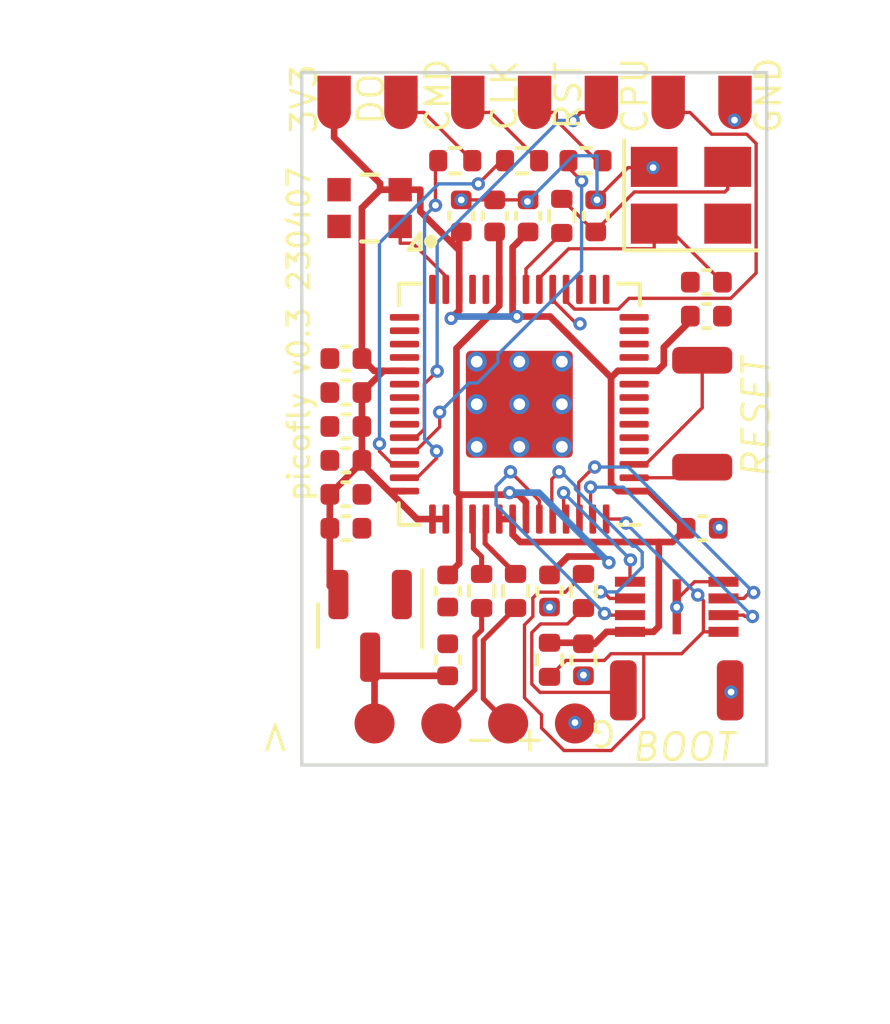
<source format=kicad_pcb>
(kicad_pcb (version 20221018) (generator pcbnew)
  (title_block (title "Env Open Pico") (date "2021-09-14") (rev "REV1") (company "Envious.Design"))
  (layers (0 "F.Cu" signal) (31 "B.Cu" signal) (34 "B.Paste" user) (35 "F.Paste" user) (36 "B.SilkS" user "B.Silkscreen") (37 "F.SilkS" user "F.Silkscreen") (38 "B.Mask" user) (39 "F.Mask" user) (44 "Edge.Cuts" user))
  (net 0 "")
  (net 1 "VBUS")
  (net 2 "+1V1")
  (net 3 "/~{USB_BOOT}")
  (net 5 "/USB_D+")
  (net 6 "/USB_D-")
  (net 7 "/CPU")
  (net 8 "/RST")
  (net 9 "/CLK")
  (net 10 "/CMD")
  (net 11 "/D0")
  (net 17 "/GPIO1")
  (net 18 "/GPIO0")
  (net 26 "/GPIO16")
  (net 27 "/SWD")
  (net 28 "/SWCLK")
  (net 29 "/QSPI_SS")
  (net 30 "/QSPI_SD3")
  (net 31 "/QSPI_SCLK")
  (net 32 "/QSPI_SD0")
  (net 33 "/QSPI_SD2")
  (net 34 "/QSPI_SD1")
  (net 41 "+3V3")
  (net 42 "XIN")
  (net 43 "XOUT")
  (net 44 "Net-(C19-Pad2)")
  (net 49 "/D+")
  (net 50 "GND")
  (net 51 "/GPIO27_ADC1")
  (net 52 "/GPIO28_ADC2")
  (net 53 "/GPIO29_ADC3")
  (net 54 "/D-")
  (footprint "Crystal:Crystal_SMD_3225-4Pin_3.2x2.5mm" (layer "F.Cu") (at 112.438 81.3444)
    (fp_text reference "Y1" hide)
    (fp_text value "3225_4P")
  )
  (footprint "Capacitor_SMD:C_0402_1005Metric" (layer "F.Cu") (at 109.22 95.25 -90)
    (fp_text reference "C5" hide)
    (fp_text value "100nf ")
  )
  (footprint "Capacitor_SMD:C_0402_1005Metric" (layer "F.Cu") (at 112.9 84.963)
    (fp_text reference "C14" hide)
    (fp_text value "100nf ")
  )
  (footprint "Resistor_SMD:R_0402_1005Metric" (layer "F.Cu") (at 108.5728 81.9632 90)
    (fp_text reference "R11" hide)
    (fp_text value "1K ")
  )
  (footprint "Capacitor_SMD:C_0402_1005Metric" (layer "F.Cu") (at 105.156 95.25 90)
    (fp_text reference "C1" hide)
    (fp_text value "1uf ")
  )
  (footprint "Capacitor_SMD:C_0402_1005Metric" (layer "F.Cu") (at 102.108 91.313)
    (fp_text reference "C4" hide)
    (fp_text value "1uf ")
  )
  (footprint "Resistor_SMD:R_0402_1005Metric" (layer "F.Cu") (at 107.382 80.3096 180)
    (fp_text reference "R6" hide)
    (fp_text value "47R")
  )
  (footprint "Capacitor_SMD:C_0402_1005Metric" (layer "F.Cu") (at 105.156 93.19 -90)
    (fp_text reference "C3" hide)
    (fp_text value "1uf ")
  )
  (footprint "Resistor_SMD:R_0402_1005Metric" (layer "F.Cu") (at 109.22 93.19 -90)
    (fp_text reference "R1" hide)
    (fp_text value "1K ")
  )
  (footprint "Capacitor_SMD:C_0402_1005Metric" (layer "F.Cu") (at 106.5624 81.9632 90)
    (fp_text reference "C7" hide)
    (fp_text value "100nf ")
  )
  (footprint "Capacitor_SMD:C_0402_1005Metric" (layer "F.Cu") (at 102.108 89.281 180)
    (fp_text reference "C10" hide)
    (fp_text value "1uf ")
  )
  (footprint "Capacitor_SMD:C_0402_1005Metric" (layer "F.Cu") (at 112.776 91.313)
    (fp_text reference "C16" hide)
    (fp_text value "100nf ")
  )
  (footprint "Capacitor_SMD:C_0402_1005Metric" (layer "F.Cu") (at 109.5888 81.9632 -90)
    (fp_text reference "C19" hide)
    (fp_text value "5pf ")
  )
  (footprint "Capacitor_SMD:C_0402_1005Metric" (layer "F.Cu") (at 107.5624 81.9632 90)
    (fp_text reference "C13" hide)
    (fp_text value "100nf ")
  )
  (footprint "custome_component:SW-K2-1828UQ" (layer "F.Cu") (at 113.614 96.1644 -90)
    (fp_text reference "SW1" hide)
    (fp_text value "BOOT")
  )
  (footprint "Resistor_SMD:R_0402_1005Metric" (layer "F.Cu") (at 105.382 80.3096 180)
    (fp_text reference "R7" hide)
    (fp_text value "47R")
  )
  (footprint "LED_SMD:LED_WS2812-2020" (layer "F.Cu") (at 102.8186 81.7284)
    (fp_text reference "D1" hide)
    (fp_text value "WS2812B")
  )
  (footprint "Resistor_SMD:R_0402_1005Metric" (layer "F.Cu") (at 106.172 93.19 90)
    (fp_text reference "R4" hide)
    (fp_text value "27r ")
  )
  (footprint "Capacitor_SMD:C_0402_1005Metric" (layer "F.Cu") (at 105.5624 81.9632 90)
    (fp_text reference "C15" hide)
    (fp_text value "100nf ")
  )
  (footprint "Resistor_SMD:R_0402_1005Metric" (layer "F.Cu") (at 108.204 95.25 -90)
    (fp_text reference "R2" hide)
    (fp_text value "10K ")
  )
  (footprint "Library:PICO_TESTPoint" (layer "F.Cu") (at 101.7572 78.3154 90)
    (fp_text reference "J2" hide)
    (fp_text value "switch_pin" hide)
  )
  (footprint "Capacitor_SMD:C_0402_1005Metric" (layer "F.Cu") (at 112.9 83.947)
    (fp_text reference "C2" hide)
    (fp_text value "5pf ")
  )
  (footprint "Package_SON:USON-8_2x3mm_P0.5mm" (layer "F.Cu") (at 112.014 93.6632 180)
    (fp_text reference "FLASH1" hide)
    (fp_text value "W25Q16JVUXIQ")
  )
  (footprint "Capacitor_SMD:C_0402_1005Metric" (layer "F.Cu") (at 108.204 93.19 -90)
    (fp_text reference "C6" hide)
    (fp_text value "100nf ")
  )
  (footprint "Package_TO_SOT_SMD:SOT-23" (layer "F.Cu") (at 102.834 94.234 -90)
    (fp_text reference "U1" hide)
    (fp_text value "XC6206")
  )
  (footprint "custome_component:SW-K2-1828UQ" (layer "F.Cu") (at 112.776 86.284)
    (fp_text reference "SW2" hide)
    (fp_text value "RESET")
  )
  (footprint "Capacitor_SMD:C_0402_1005Metric" (layer "F.Cu") (at 102.108 86.233 180)
    (fp_text reference "C18" hide)
    (fp_text value "100nf ")
  )
  (footprint "RP2040:RP2040-QFN-56" (layer "F.Cu") (at 107.3 87.6 180)
    (fp_text reference "U3" hide)
    (fp_text value "RP2040")
  )
  (footprint "Resistor_SMD:R_0402_1005Metric" (layer "F.Cu") (at 109.282 80.3096 180)
    (fp_text reference "R5" hide)
    (fp_text value "47R")
  )
  (footprint "Capacitor_SMD:C_0402_1005Metric" (layer "F.Cu") (at 102.108 88.265 180)
    (fp_text reference "C11" hide)
    (fp_text value "100nf ")
  )
  (footprint "Library:pico_usb_point" (layer "F.Cu") (at 102.966 97.155)
    (fp_text reference "J1" hide)
    (fp_text value "USB")
  )
  (footprint "Capacitor_SMD:C_0402_1005Metric" (layer "F.Cu") (at 102.108 90.297)
    (fp_text reference "C9" hide)
    (fp_text value "100nf ")
  )
  (footprint "Resistor_SMD:R_0402_1005Metric" (layer "F.Cu") (at 107.188 93.19 90)
    (fp_text reference "R3" hide)
    (fp_text value "27r ")
  )
  (footprint "Capacitor_SMD:C_0402_1005Metric" (layer "F.Cu") (at 102.108 87.249 180)
    (fp_text reference "C8" hide)
    (fp_text value "100nf ")
  )
  (gr_line (start 100.7872 98.3996) (end 100.7872 77.6732) (stroke (width 0.1)) (layer "Edge.Cuts"))
  (gr_line (start 100.7872 98.3996) (end 114.7064 98.3996) (stroke (width 0.1)) (layer "Edge.Cuts"))
  (gr_line (start 114.7064 77.6732) (end 114.7064 98.3996) (stroke (width 0.1)) (layer "Edge.Cuts"))
  (gr_line (start 100.7872 77.6732) (end 114.7064 77.6732) (stroke (width 0.1)) (layer "Edge.Cuts"))
  (gr_text "-" (at 106.1156 97.719 180) (layer "F.SilkS") (effects (font (size 0.75 0.75) (thickness 0.1))))
  (gr_text "G" (at 109.8092 97.436 180) (layer "F.SilkS") (effects (font (size 0.75 0.75) (thickness 0.1))))
  (gr_text "CLK" (at 106.8572 78.359 90) (layer "F.SilkS") (effects (font (size 0.75 0.75) (thickness 0.1))))
  (gr_text "DO" (at 102.8572 78.4654 90) (layer "F.SilkS") (effects (font (size 0.75 0.75) (thickness 0.1))))
  (gr_text "V" (at 99.9936 97.536 180) (layer "F.SilkS") (effects (font (size 0.75 0.75) (thickness 0.1))))
  (gr_text "RST" (at 108.7572 78.359 90) (layer "F.SilkS") (effects (font (size 0.75 0.75) (thickness 0.1))))
  (gr_text "CPU" (at 110.7572 78.359 90) (layer "F.SilkS") (effects (font (size 0.75 0.75) (thickness 0.1))))
  (gr_text "3V3" (at 100.8572 78.459 90) (layer "F.SilkS") (effects (font (size 0.75 0.75) (thickness 0.1))))
  (gr_text "CMD" (at 104.8572 78.359 90) (layer "F.SilkS") (effects (font (size 0.7 0.7) (thickness 0.1))))
  (gr_text "picofly v0.3 230407" (at 100.7 85.5 90) (layer "F.SilkS") (effects (font (size 0.65 0.65) (thickness 0.1))))
  (gr_text "+" (at 107.6156 97.719 180) (layer "F.SilkS") (effects (font (size 0.75 0.75) (thickness 0.1))))
  (gr_text "GND" (at 114.7572 78.359 90) (layer "F.SilkS") (effects (font (size 0.75 0.75) (thickness 0.1))))
  (segment (start 102.966 95.73) (end 105.156 95.73) (width 0.2) (layer "F.Cu") (net 1))
  (segment (start 102.966 97.155) (end 102.966 95.73) (width 0.2) (layer "F.Cu") (net 1))
  (segment (start 102.834 95.598) (end 102.966 95.73) (width 0.2) (layer "F.Cu") (net 1))
  (segment (start 102.834 95.1715) (end 102.834 95.598) (width 0.2) (layer "F.Cu") (net 1))
  (segment (start 105.419 90.2255) (end 105.5 90.3067) (width 0.2) (layer "F.Cu") (net 2))
  (segment (start 107.008 90.3067) (end 107.272 90.3067) (width 0.2) (layer "F.Cu") (net 2))
  (segment (start 106.7 84.1625) (end 106.7 84.6494) (width 0.2) (layer "F.Cu") (net 2))
  (segment (start 105.5 92.366) (end 105.156 92.71) (width 0.2) (layer "F.Cu") (net 2))
  (segment (start 106.7 84.6494) (end 105.419 85.9306) (width 0.2) (layer "F.Cu") (net 2))
  (segment (start 105.419 85.9306) (end 105.419 90.2255) (width 0.2) (layer "F.Cu") (net 2))
  (segment (start 106.7 82.5808) (end 106.631 82.512) (width 0.2) (layer "F.Cu") (net 2))
  (segment (start 107.008 90.2461) (end 107.008 90.3067) (width 0.2) (layer "F.Cu") (net 2))
  (segment (start 106.5965 82.4776) (end 106.5624 82.4435) (width 0.2) (layer "F.Cu") (net 2))
  (segment (start 108.756 92.1576) (end 109.801 92.1576) (width 0.2) (layer "F.Cu") (net 2))
  (segment (start 106.7 84.1625) (end 106.7 82.5808) (width 0.2) (layer "F.Cu") (net 2))
  (segment (start 109.801 92.1576) (end 109.983 92.3395) (width 0.2) (layer "F.Cu") (net 2))
  (segment (start 105.5 90.3067) (end 107.008 90.3067) (width 0.2) (layer "F.Cu") (net 2))
  (segment (start 107.5 90.5348) (end 107.5 91.0375) (width 0.2) (layer "F.Cu") (net 2))
  (segment (start 106.5965 82.4776) (end 106.631 82.512) (width 0.2) (layer "F.Cu") (net 2))
  (segment (start 106.5624 82.4435) (end 106.5624 82.4432) (width 0.2) (layer "F.Cu") (net 2))
  (segment (start 106.631 82.512) (end 106.562 82.4434) (width 0.2) (layer "F.Cu") (net 2))
  (segment (start 107.272 90.3067) (end 107.5 90.5348) (width 0.2) (layer "F.Cu") (net 2))
  (segment (start 105.5 90.3067) (end 105.5 91.0375) (width 0.2) (layer "F.Cu") (net 2))
  (segment (start 105.5 91.0375) (end 105.5 92.366) (width 0.2) (layer "F.Cu") (net 2))
  (segment (start 106.562 82.4432) (end 106.5965 82.4776) (width 0.2) (layer "F.Cu") (net 2))
  (segment (start 106.562 82.4434) (end 106.562 82.4432) (width 0.2) (layer "F.Cu") (net 2))
  (segment (start 108.204 92.71) (end 108.756 92.1576) (width 0.2) (layer "F.Cu") (net 2))
  (via (at 109.983 92.3395) (size 0.4) (drill 0.2) (layers "F.Cu" "B.Cu") (net 2))
  (via (at 107.008 90.2461) (size 0.4) (drill 0.2) (layers "F.Cu" "B.Cu") (net 2))
  (segment (start 109.983 92.3395) (end 107.889 90.2461) (width 0.2) (layer "B.Cu") (net 2))
  (segment (start 107.889 90.2461) (end 107.008 90.2461) (width 0.2) (layer "B.Cu") (net 2))
  (segment (start 107.921 96.2239) (end 107.674 95.9765) (width 0.1) (layer "F.Cu") (net 3))
  (segment (start 110.414 96.1644) (end 110.354 96.2239) (width 0.1) (layer "F.Cu") (net 3))
  (segment (start 107.674 95.9765) (end 107.674 94.4366) (width 0.1) (layer "F.Cu") (net 3))
  (segment (start 107.674 94.4366) (end 107.934 94.1769) (width 0.1) (layer "F.Cu") (net 3))
  (segment (start 107.934 94.1769) (end 108.743 94.1769) (width 0.1) (layer "F.Cu") (net 3))
  (segment (start 108.743 94.1769) (end 109.22 93.7) (width 0.1) (layer "F.Cu") (net 3))
  (segment (start 110.354 96.2239) (end 107.921 96.2239) (width 0.1) (layer "F.Cu") (net 3))
  (segment (start 106.223 96.4118) (end 106.966 97.155) (width 0.1524) (layer "F.Cu") (net 5))
  (segment (start 107.188 93.7) (end 106.223 94.6652) (width 0.1524) (layer "F.Cu") (net 5))
  (segment (start 106.223 94.6652) (end 106.223 96.4118) (width 0.1524) (layer "F.Cu") (net 5))
  (segment (start 105.97 96.1506) (end 104.966 97.155) (width 0.1524) (layer "F.Cu") (net 6))
  (segment (start 106.172 93.7) (end 106.172 94.3591) (width 0.1524) (layer "F.Cu") (net 6))
  (segment (start 106.172 94.3591) (end 105.97 94.5607) (width 0.1524) (layer "F.Cu") (net 6))
  (segment (start 105.97 94.5607) (end 105.97 96.1506) (width 0.1524) (layer "F.Cu") (net 6))
  (segment (start 110.261 84.753) (end 108.95 84.753) (width 0.1) (layer "F.Cu") (net 7))
  (segment (start 111.757 78.5904) (end 111.757 78.8654) (width 0.1) (layer "F.Cu") (net 7))
  (segment (start 108.7 84.5025) (end 108.7 84.1625) (width 0.1) (layer "F.Cu") (net 7))
  (segment (start 113.63 84.43) (end 110.584 84.43) (width 0.1) (layer "F.Cu") (net 7))
  (segment (start 111.757 78.3154) (end 111.757 78.5904) (width 0.1) (layer "F.Cu") (net 7))
  (segment (start 114.39 79.7974) (end 114.39 83.67) (width 0.1) (layer "F.Cu") (net 7))
  (segment (start 112.409 78.8654) (end 113.061 79.5173) (width 0.1) (layer "F.Cu") (net 7))
  (segment (start 111.7572 78.8654) (end 112.409 78.8654) (width 0.1) (layer "F.Cu") (net 7))
  (segment (start 108.95 84.753) (end 108.7 84.5025) (width 0.1) (layer "F.Cu") (net 7))
  (segment (start 111.7572 78.5902) (end 111.7572 78.3154) (width 0.1) (layer "F.Cu") (net 7))
  (segment (start 114.11 79.5173) (end 114.39 79.7974) (width 0.1) (layer "F.Cu") (net 7))
  (segment (start 110.584 84.43) (end 110.261 84.753) (width 0.1) (layer "F.Cu") (net 7))
  (segment (start 111.757 78.5904) (end 111.7572 78.5902) (width 0.1) (layer "F.Cu") (net 7))
  (segment (start 114.39 83.67) (end 113.63 84.43) (width 0.1) (layer "F.Cu") (net 7))
  (segment (start 111.757 78.8654) (end 111.7572 78.8654) (width 0.1) (layer "F.Cu") (net 7))
  (segment (start 113.061 79.5173) (end 114.11 79.5173) (width 0.1) (layer "F.Cu") (net 7))
  (segment (start 109.757 78.7279) (end 109.757 78.8654) (width 0.1) (layer "F.Cu") (net 8))
  (segment (start 109.757 78.8654) (end 109.105 78.8654) (width 0.1) (layer "F.Cu") (net 8))
  (segment (start 109.757 78.7279) (end 109.7572 78.7281) (width 0.1) (layer "F.Cu") (net 8))
  (segment (start 109.105 78.913) (end 108.912 79.1064) (width 0.1) (layer "F.Cu") (net 8))
  (segment (start 104.201098 88.6) (end 104.325349 88.475749) (width 0.1) (layer "F.Cu") (net 8))
  (segment (start 104.456 88.3452) (end 104.325349 88.475749) (width 0.1) (layer "F.Cu") (net 8))
  (segment (start 103.8625 88.6) (end 104.201098 88.6) (width 0.1) (layer "F.Cu") (net 8))
  (segment (start 109.757 78.5216) (end 109.7572 78.5214) (width 0.1) (layer "F.Cu") (net 8))
  (segment (start 104.456 86.9958) (end 104.456 88.3452) (width 0.1) (layer "F.Cu") (net 8))
  (segment (start 103.8625 88.6) (end 103.862 88.6) (width 0.1) (layer "F.Cu") (net 8))
  (segment (start 104.841 86.6104) (end 104.456 86.9958) (width 0.1) (layer "F.Cu") (net 8))
  (segment (start 109.757 78.3154) (end 109.757 78.5216) (width 0.1) (layer "F.Cu") (net 8))
  (segment (start 109.757 78.5216) (end 109.757 78.7279) (width 0.1) (layer "F.Cu") (net 8))
  (segment (start 109.105 78.8654) (end 109.105 78.913) (width 0.1) (layer "F.Cu") (net 8))
  (segment (start 109.7572 78.7281) (end 109.7572 78.8654) (width 0.1) (layer "F.Cu") (net 8))
  (segment (start 109.7572 78.5214) (end 109.7572 78.3154) (width 0.1) (layer "F.Cu") (net 8))
  (via (at 108.912 79.1064) (size 0.4) (drill 0.2) (layers "F.Cu" "B.Cu") (net 8))
  (via (at 104.841 86.6104) (size 0.4) (drill 0.2) (layers "F.Cu" "B.Cu") (net 8))
  (segment (start 104.841 82.7634) (end 108.498 79.1064) (width 0.1) (layer "B.Cu") (net 8))
  (segment (start 104.841 86.6104) (end 104.841 82.7634) (width 0.1) (layer "B.Cu") (net 8))
  (segment (start 108.498 79.1064) (end 108.912 79.1064) (width 0.1) (layer "B.Cu") (net 8))
  (segment (start 108.409 78.8654) (end 108.409 79.1012) (width 0.1) (layer "F.Cu") (net 9))
  (segment (start 107.7572 78.5902) (end 107.7572 78.3154) (width 0.1) (layer "F.Cu") (net 9))
  (segment (start 108.409 79.1012) (end 109.618 80.3096) (width 0.1) (layer "F.Cu") (net 9))
  (segment (start 107.757 78.8654) (end 107.7572 78.8654) (width 0.1) (layer "F.Cu") (net 9))
  (segment (start 109.618 80.3096) (end 109.792 80.3096) (width 0.1) (layer "F.Cu") (net 9))
  (segment (start 107.757 78.5904) (end 107.7572 78.5902) (width 0.1) (layer "F.Cu") (net 9))
  (segment (start 107.7572 78.8654) (end 108.409 78.8654) (width 0.1) (layer "F.Cu") (net 9))
  (segment (start 107.757 78.5904) (end 107.757 78.8654) (width 0.1) (layer "F.Cu") (net 9))
  (segment (start 107.757 78.3154) (end 107.757 78.5904) (width 0.1) (layer "F.Cu") (net 9))
  (segment (start 105.757 78.5904) (end 105.7572 78.5902) (width 0.1) (layer "F.Cu") (net 10))
  (segment (start 105.757 78.5904) (end 105.757 78.8654) (width 0.1) (layer "F.Cu") (net 10))
  (segment (start 105.757 78.8654) (end 105.7572 78.8654) (width 0.1) (layer "F.Cu") (net 10))
  (segment (start 106.448 78.8654) (end 107.892 80.3096) (width 0.1) (layer "F.Cu") (net 10))
  (segment (start 105.757 78.3154) (end 105.757 78.5904) (width 0.1) (layer "F.Cu") (net 10))
  (segment (start 105.7572 78.5902) (end 105.7572 78.3154) (width 0.1) (layer "F.Cu") (net 10))
  (segment (start 105.7572 78.8654) (end 106.448 78.8654) (width 0.1) (layer "F.Cu") (net 10))
  (segment (start 103.7572 78.5902) (end 103.7572 78.3154) (width 0.1) (layer "F.Cu") (net 11))
  (segment (start 103.757 78.5904) (end 103.7572 78.5902) (width 0.1) (layer "F.Cu") (net 11))
  (segment (start 105.892 80.3096) (end 104.448 78.8654) (width 0.1) (layer "F.Cu") (net 11))
  (segment (start 104.448 78.8654) (end 103.7572 78.8654) (width 0.1) (layer "F.Cu") (net 11))
  (segment (start 103.7572 78.8654) (end 103.757 78.8654) (width 0.1) (layer "F.Cu") (net 11))
  (segment (start 103.757 78.8654) (end 103.757 78.5904) (width 0.1) (layer "F.Cu") (net 11))
  (segment (start 103.757 78.5904) (end 103.757 78.3154) (width 0.1) (layer "F.Cu") (net 11))
  (segment (start 111.081 89.4) (end 112.776 87.7054) (width 0.1) (layer "F.Cu") (net 17))
  (segment (start 110.738 89.4) (end 111.081 89.4) (width 0.1) (layer "F.Cu") (net 17))
  (segment (start 112.776 87.7054) (end 112.776 86.284) (width 0.1) (layer "F.Cu") (net 17))
  (segment (start 110.738 89.4) (end 110.7375 89.4) (width 0.1) (layer "F.Cu") (net 17))
  (segment (start 110.738 89.8) (end 112.46 89.8) (width 0.1) (layer "F.Cu") (net 18))
  (segment (start 112.46 89.8) (end 112.776 89.484) (width 0.1) (layer "F.Cu") (net 18))
  (segment (start 110.738 89.8) (end 110.7375 89.8) (width 0.1) (layer "F.Cu") (net 18))
  (segment (start 103.734 82.7803) (end 104.11 82.7803) (width 0.1) (layer "F.Cu") (net 26))
  (segment (start 103.734 82.5293) (end 103.7336 82.5289) (width 0.1) (layer "F.Cu") (net 26))
  (segment (start 104.11 82.7803) (end 105.1 83.7703) (width 0.1) (layer "F.Cu") (net 26))
  (segment (start 103.734 82.2784) (end 103.734 82.5293) (width 0.1) (layer "F.Cu") (net 26))
  (segment (start 103.7336 82.5289) (end 103.7336 82.2784) (width 0.1) (layer "F.Cu") (net 26))
  (segment (start 105.1 83.7703) (end 105.1 84.1625) (width 0.1) (layer "F.Cu") (net 26))
  (segment (start 103.734 82.5293) (end 103.734 82.7803) (width 0.1) (layer "F.Cu") (net 26))
  (segment (start 107.966 96.8973) (end 107.455 96.386) (width 0.1) (layer "F.Cu") (net 29))
  (segment (start 111.026 95.0681) (end 110.046 95.0681) (width 0.1) (layer "F.Cu") (net 29))
  (segment (start 113.414 94.4132) (end 112.812 94.4132) (width 0.1) (layer "F.Cu") (net 29))
  (segment (start 109.9 91.0375) (end 110.379 91.0375) (width 0.1) (layer "F.Cu") (net 29))
  (segment (start 108.637 97.9648) (end 107.966 97.2938) (width 0.1) (layer "F.Cu") (net 29))
  (segment (start 108.675 93.2253) (end 109.22 92.68) (width 0.1) (layer "F.Cu") (net 29))
  (segment (start 111.026 95.0681) (end 111.026 96.9892) (width 0.1) (layer "F.Cu") (net 29))
  (segment (start 107.706 93.3971) (end 107.878 93.2253) (width 0.1) (layer "F.Cu") (net 29))
  (segment (start 111.026 96.9892) (end 110.05 97.9648) (width 0.1) (layer "F.Cu") (net 29))
  (segment (start 110.379 91.0375) (end 110.496 91.1546) (width 0.1) (layer "F.Cu") (net 29))
  (segment (start 110.05 97.9648) (end 108.637 97.9648) (width 0.1) (layer "F.Cu") (net 29))
  (segment (start 107.455 96.386) (end 107.455 94.2047) (width 0.1) (layer "F.Cu") (net 29))
  (segment (start 112.812 93.4797) (end 112.643 93.3105) (width 0.1) (layer "F.Cu") (net 29))
  (segment (start 110.046 95.0681) (end 109.845 95.2688) (width 0.1) (layer "F.Cu") (net 29))
  (segment (start 112.157 95.0681) (end 111.026 95.0681) (width 0.1) (layer "F.Cu") (net 29))
  (segment (start 109.845 95.2688) (end 108.695 95.2688) (width 0.1) (layer "F.Cu") (net 29))
  (segment (start 112.812 94.4132) (end 112.157 95.0681) (width 0.1) (layer "F.Cu") (net 29))
  (segment (start 107.878 93.2253) (end 108.675 93.2253) (width 0.1) (layer "F.Cu") (net 29))
  (segment (start 107.966 97.2938) (end 107.966 96.8973) (width 0.1) (layer "F.Cu") (net 29))
  (segment (start 107.706 93.953) (end 107.706 93.3971) (width 0.1) (layer "F.Cu") (net 29))
  (segment (start 108.695 95.2688) (end 108.204 95.76) (width 0.1) (layer "F.Cu") (net 29))
  (segment (start 107.455 94.2047) (end 107.706 93.953) (width 0.1) (layer "F.Cu") (net 29))
  (segment (start 112.812 94.4132) (end 112.812 93.4797) (width 0.1) (layer "F.Cu") (net 29))
  (via (at 110.496 91.1546) (size 0.4) (drill 0.2) (layers "F.Cu" "B.Cu") (net 29))
  (via (at 112.643 93.3105) (size 0.4) (drill 0.2) (layers "F.Cu" "B.Cu") (net 29))
  (segment (start 112.643 93.3105) (end 110.496 91.1636) (width 0.1) (layer "B.Cu") (net 29))
  (segment (start 110.496 91.1636) (end 110.496 91.1546) (width 0.1) (layer "B.Cu") (net 29))
  (segment (start 109.962 93.8632) (end 109.852 93.8632) (width 0.1) (layer "F.Cu") (net 30))
  (segment (start 110.614 93.9132) (end 110.012 93.9132) (width 0.1) (layer "F.Cu") (net 30))
  (segment (start 107.9 91.0375) (end 107.9 90.4875) (width 0.1) (layer "F.Cu") (net 30))
  (segment (start 110.012 93.9132) (end 109.962 93.8632) (width 0.1) (layer "F.Cu") (net 30))
  (segment (start 107.9 90.4875) (end 107.036 89.6233) (width 0.1) (layer "F.Cu") (net 30))
  (via (at 107.036 89.6233) (size 0.4) (drill 0.2) (layers "F.Cu" "B.Cu") (net 30))
  (via (at 109.852 93.8632) (size 0.4) (drill 0.2) (layers "F.Cu" "B.Cu") (net 30))
  (segment (start 107.036 89.6233) (end 106.604 90.055) (width 0.1) (layer "B.Cu") (net 30))
  (segment (start 106.604 90.055) (end 106.604 90.615) (width 0.1) (layer "B.Cu") (net 30))
  (segment (start 106.604 90.615) (end 109.852 93.8632) (width 0.1) (layer "B.Cu") (net 30))
  (segment (start 109.817 93.218) (end 109.733 93.218) (width 0.1) (layer "F.Cu") (net 31))
  (segment (start 110.012 93.4132) (end 109.817 93.218) (width 0.1) (layer "F.Cu") (net 31))
  (segment (start 108.274 89.8401) (end 108.274 91.0118) (width 0.1) (layer "F.Cu") (net 31))
  (segment (start 109.733 93.218) (end 109.733 93.2179) (width 0.1) (layer "F.Cu") (net 31))
  (segment (start 110.614 93.4132) (end 110.012 93.4132) (width 0.1) (layer "F.Cu") (net 31))
  (segment (start 108.49 89.6247) (end 108.274 89.8401) (width 0.1) (layer "F.Cu") (net 31))
  (segment (start 108.274 91.0118) (end 108.3 91.0375) (width 0.1) (layer "F.Cu") (net 31))
  (via (at 109.733 93.2179) (size 0.4) (drill 0.2) (layers "F.Cu" "B.Cu") (net 31))
  (via (at 108.49 89.6247) (size 0.4) (drill 0.2) (layers "F.Cu" "B.Cu") (net 31))
  (segment (start 110.795 91.8502) (end 110.98 92.0345) (width 0.1) (layer "B.Cu") (net 31))
  (segment (start 108.978 90.1371) (end 110.691 91.8502) (width 0.1) (layer "B.Cu") (net 31))
  (segment (start 108.554 89.6247) (end 108.978 90.0489) (width 0.1) (layer "B.Cu") (net 31))
  (segment (start 110.98 92.4754) (end 110.237 93.2179) (width 0.1) (layer "B.Cu") (net 31))
  (segment (start 108.49 89.6247) (end 108.554 89.6247) (width 0.1) (layer "B.Cu") (net 31))
  (segment (start 110.98 92.0345) (end 110.98 92.4754) (width 0.1) (layer "B.Cu") (net 31))
  (segment (start 110.691 91.8502) (end 110.795 91.8502) (width 0.1) (layer "B.Cu") (net 31))
  (segment (start 110.237 93.2179) (end 109.733 93.2179) (width 0.1) (layer "B.Cu") (net 31))
  (segment (start 108.978 90.0489) (end 108.978 90.1371) (width 0.1) (layer "B.Cu") (net 31))
  (segment (start 108.7 91.0375) (end 108.626 90.9637) (width 0.1) (layer "F.Cu") (net 32))
  (segment (start 110.614 92.2757) (end 110.628 92.2622) (width 0.1) (layer "F.Cu") (net 32))
  (segment (start 108.626 90.9637) (end 108.626 90.2489) (width 0.1) (layer "F.Cu") (net 32))
  (segment (start 110.614 92.9132) (end 110.614 92.2757) (width 0.1) (layer "F.Cu") (net 32))
  (via (at 108.626 90.2489) (size 0.4) (drill 0.2) (layers "F.Cu" "B.Cu") (net 32))
  (via (at 110.628 92.2622) (size 0.4) (drill 0.2) (layers "F.Cu" "B.Cu") (net 32))
  (segment (start 108.626 90.2489) (end 110.628 92.2502) (width 0.1) (layer "B.Cu") (net 32))
  (segment (start 110.628 92.2502) (end 110.628 92.2622) (width 0.1) (layer "B.Cu") (net 32))
  (segment (start 109.079 89.9355) (end 109.534 89.4804) (width 0.1) (layer "F.Cu") (net 33))
  (segment (start 114.192 93.2366) (end 114.316 93.2366) (width 0.1) (layer "F.Cu") (net 33))
  (segment (start 114.016 93.4132) (end 114.192 93.2366) (width 0.1) (layer "F.Cu") (net 33))
  (segment (start 109.534 89.4804) (end 109.557 89.4804) (width 0.1) (layer "F.Cu") (net 33))
  (segment (start 109.1 91.0375) (end 109.079 91.0168) (width 0.1) (layer "F.Cu") (net 33))
  (segment (start 109.079 91.0168) (end 109.079 89.9355) (width 0.1) (layer "F.Cu") (net 33))
  (segment (start 113.414 93.4132) (end 114.016 93.4132) (width 0.1) (layer "F.Cu") (net 33))
  (via (at 109.557 89.4804) (size 0.4) (drill 0.2) (layers "F.Cu" "B.Cu") (net 33))
  (via (at 114.316 93.2366) (size 0.4) (drill 0.2) (layers "F.Cu" "B.Cu") (net 33))
  (segment (start 114.316 93.2366) (end 110.56 89.4804) (width 0.1) (layer "B.Cu") (net 33))
  (segment (start 110.56 89.4804) (end 109.557 89.4804) (width 0.1) (layer "B.Cu") (net 33))
  (segment (start 109.5 91.0375) (end 109.434 90.9712) (width 0.1) (layer "F.Cu") (net 34))
  (segment (start 114.056 93.9528) (end 114.282 93.9528) (width 0.1) (layer "F.Cu") (net 34))
  (segment (start 113.414 93.9132) (end 114.016 93.9132) (width 0.1) (layer "F.Cu") (net 34))
  (segment (start 114.016 93.9132) (end 114.056 93.9528) (width 0.1) (layer "F.Cu") (net 34))
  (segment (start 109.434 90.9712) (end 109.434 90.0829) (width 0.1) (layer "F.Cu") (net 34))
  (via (at 114.282 93.9528) (size 0.4) (drill 0.2) (layers "F.Cu" "B.Cu") (net 34))
  (via (at 109.434 90.0829) (size 0.4) (drill 0.2) (layers "F.Cu" "B.Cu") (net 34))
  (segment (start 114.282 93.9528) (end 110.412 90.0829) (width 0.1) (layer "B.Cu") (net 34))
  (segment (start 110.412 90.0829) (end 109.434 90.0829) (width 0.1) (layer "B.Cu") (net 34))
  (segment (start 110.7375 86.6) (end 111.437 86.6) (width 0.2) (layer "F.Cu") (net 41))
  (segment (start 110.256 90.2) (end 110.048 89.9921) (width 0.2) (layer "F.Cu") (net 41))
  (segment (start 102.588 89.387) (end 102.588 89.3867) (width 0.2) (layer "F.Cu") (net 41))
  (segment (start 102.588 89.3873) (end 102.588 89.3871) (width 0.2) (layer "F.Cu") (net 41))
  (segment (start 111.476 91.725) (end 111.884 91.725) (width 0.2) (layer "F.Cu") (net 41))
  (segment (start 105.5 82.9358) (end 105.5 82.5056) (width 0.2) (layer "F.Cu") (net 41))
  (segment (start 102.588 89.3705) (end 102.588 89.281) (width 0.2) (layer "F.Cu") (net 41))
  (segment (start 102.588 86.233) (end 102.588 81.7221) (width 0.2) (layer "F.Cu") (net 41))
  (segment (start 105.5156 82.49) (end 105.5624 82.4432) (width 0.2) (layer "F.Cu") (net 41))
  (segment (start 102.588 89.3862) (end 102.588 89.3852) (width 0.2) (layer "F.Cu") (net 41))
  (segment (start 110.048 89.9921) (end 110.048 86.8021) (width 0.2) (layer "F.Cu") (net 41))
  (segment (start 108.221 84.9749) (end 107.227 84.9749) (width 0.2) (layer "F.Cu") (net 41))
  (segment (start 107.1 91.0375) (end 107.1 91.4993) (width 0.2) (layer "F.Cu") (net 41))
  (segment (start 101.628 91.313) (end 101.628 93.0405) (width 0.2) (layer "F.Cu") (net 41))
  (segment (start 107.1 82.9056) (end 107.2155 82.79) (width 0.2) (layer "F.Cu") (net 41))
  (segment (start 110.614 94.4132) (end 111.316 94.4132) (width 0.2) (layer "F.Cu") (net 41))
  (segment (start 101.757 79.6173) (end 101.757 78.9663) (width 0.2) (layer "F.Cu") (net 41))
  (segment (start 102.588 89.3852) (end 102.588 89.3831) (width 0.2) (layer "F.Cu") (net 41))
  (segment (start 102.588 89.3789) (end 102.588 89.3705) (width 0.2) (layer "F.Cu") (net 41))
  (segment (start 102.588 89.3873) (end 102.588 89.3871) (width 0.2) (layer "F.Cu") (net 41))
  (segment (start 107.1 84.1625) (end 107.1 82.9056) (width 0.2) (layer "F.Cu") (net 41))
  (segment (start 111.183 90.2) (end 112.296 91.313) (width 0.2) (layer "F.Cu") (net 41))
  (segment (start 103.132 80.9918) (end 101.757 79.6173) (width 0.2) (layer "F.Cu") (net 41))
  (segment (start 111.884 91.725) (end 112.296 91.313) (width 0.2) (layer "F.Cu") (net 41))
  (segment (start 101.757 78.9663) (end 101.7572 78.9661) (width 0.2) (layer "F.Cu") (net 41))
  (segment (start 102.588 89.3852) (end 102.588 89.3831) (width 0.2) (layer "F.Cu") (net 41))
  (segment (start 101.757 78.6408) (end 101.757 78.3154) (width 0.2) (layer "F.Cu") (net 41))
  (segment (start 111.316 94.4132) (end 111.476 94.2526) (width 0.2) (layer "F.Cu") (net 41))
  (segment (start 105.5 82.5056) (end 105.5155 82.49) (width 0.2) (layer "F.Cu") (net 41))
  (segment (start 108.204 94.74) (end 109.19 94.74) (width 0.2) (layer "F.Cu") (net 41))
  (segment (start 105.5155 82.49) (end 105.5156 82.49) (width 0.2) (layer "F.Cu") (net 41))
  (segment (start 102.588 89.3871) (end 102.538 89.3871) (width 0.2) (layer "F.Cu") (net 41))
  (segment (start 102.588 89.3831) (end 102.588 89.3789) (width 0.2) (layer "F.Cu") (net 41))
  (segment (start 104.336 81.829) (end 105.442 82.9358) (width 0.2) (layer "F.Cu") (net 41))
  (segment (start 103.7336 81.1784) (end 104.336 81.1784) (width 0.2) (layer "F.Cu") (net 41))
  (segment (start 111.626 85.8976) (end 112.42 85.1036) (width 0.2) (layer "F.Cu") (net 41))
  (segment (start 103.237 86.6) (end 102.955 86.6) (width 0.2) (layer "F.Cu") (net 41))
  (segment (start 103.132 81.1784) (end 103.132 80.9918) (width 0.2) (layer "F.Cu") (net 41))
  (segment (start 105.1 91.0375) (end 104.7 91.0375) (width 0.2) (layer "F.Cu") (net 41))
  (segment (start 102.588 89.3867) (end 102.588 89.3862) (width 0.2) (layer "F.Cu") (net 41))
  (segment (start 105.442 82.9358) (end 105.5 82.9358) (width 0.2) (layer "F.Cu") (net 41))
  (segment (start 102.588 89.3789) (end 102.588 89.3705) (width 0.2) (layer "F.Cu") (net 41))
  (segment (start 102.588 87.249) (end 103.237 86.6) (width 0.2) (layer "F.Cu") (net 41))
  (segment (start 111.476 94.2526) (end 111.476 91.725) (width 0.2) (layer "F.Cu") (net 41))
  (segment (start 103.8625 86.6) (end 103.862 86.6) (width 0.2) (layer "F.Cu") (net 41))
  (segment (start 102.955 86.6) (end 102.588 86.233) (width 0.2) (layer "F.Cu") (net 41))
  (segment (start 109.19 94.74) (end 109.22 94.77) (width 0.2) (layer "F.Cu") (net 41))
  (segment (start 106.7 91.0375) (end 107.1 91.0375) (width 0.2) (layer "F.Cu") (net 41))
  (segment (start 101.628 93.0405) (end 101.884 93.2965) (width 0.2) (layer "F.Cu") (net 41))
  (segment (start 101.757 78.9663) (end 101.757 78.6408) (width 0.2) (layer "F.Cu") (net 41))
  (segment (start 103.401 90.2) (end 102.588 89.3873) (width 0.2) (layer "F.Cu") (net 41))
  (segment (start 102.588 89.3867) (end 102.588 89.3862) (width 0.2) (layer "F.Cu") (net 41))
  (segment (start 110.25 86.6) (end 110.7375 86.6) (width 0.2) (layer "F.Cu") (net 41))
  (segment (start 102.588 89.3705) (end 102.588 89.281) (width 0.2) (layer "F.Cu") (net 41))
  (segment (start 102.538 89.3871) (end 101.628 90.297) (width 0.2) (layer "F.Cu") (net 41))
  (segment (start 101.628 90.297) (end 101.628 91.313) (width 0.2) (layer "F.Cu") (net 41))
  (segment (start 102.588 89.3871) (end 102.588 89.387) (width 0.2) (layer "F.Cu") (net 41))
  (segment (start 112.42 85.1036) (end 112.42 84.963) (width 0.2) (layer "F.Cu") (net 41))
  (segment (start 102.588 89.3871) (end 102.588 89.387) (width 0.2) (layer "F.Cu") (net 41))
  (segment (start 105.5155 82.49) (end 105.531 82.4744) (width 0.2) (layer "F.Cu") (net 41))
  (segment (start 109.22 94.77) (end 109.555 94.77) (width 0.2) (layer "F.Cu") (net 41))
  (segment (start 103.862 90.2) (end 103.8625 90.2) (width 0.2) (layer "F.Cu") (net 41))
  (segment (start 102.588 89.3862) (end 102.588 89.3852) (width 0.2) (layer "F.Cu") (net 41))
  (segment (start 107.2156 82.79) (end 107.5624 82.4432) (width 0.2) (layer "F.Cu") (net 41))
  (segment (start 107.1 84.8477) (end 107.1 84.1625) (width 0.2) (layer "F.Cu") (net 41))
  (segment (start 104.238 91.0375) (end 102.588 89.3873) (width 0.2) (layer "F.Cu") (net 41))
  (segment (start 105.5 84.7906) (end 105.259 85.0314) (width 0.2) (layer "F.Cu") (net 41))
  (segment (start 107.1 91.4993) (end 107.326 91.725) (width 0.2) (layer "F.Cu") (net 41))
  (segment (start 107.2155 82.79) (end 107.331 82.6744) (width 0.2) (layer "F.Cu") (net 41))
  (segment (start 109.912 94.4132) (end 110.614 94.4132) (width 0.2) (layer "F.Cu") (net 41))
  (segment (start 109.555 94.77) (end 109.912 94.4132) (width 0.2) (layer "F.Cu") (net 41))
  (segment (start 107.326 91.725) (end 111.476 91.725) (width 0.2) (layer "F.Cu") (net 41))
  (segment (start 102.588 89.387) (end 102.588 89.3867) (width 0.2) (layer "F.Cu") (net 41))
  (segment (start 101.7572 78.9661) (end 101.7572 78.8654) (width 0.2) (layer "F.Cu") (net 41))
  (segment (start 110.7375 90.2) (end 111.183 90.2) (width 0.2) (layer "F.Cu") (net 41))
  (segment (start 110.048 86.8021) (end 108.221 84.9749) (width 0.2) (layer "F.Cu") (net 41))
  (segment (start 101.757 78.6408) (end 101.7572 78.6406) (width 0.2) (layer "F.Cu") (net 41))
  (segment (start 107.227 84.9749) (end 107.1 84.8477) (width 0.2) (layer "F.Cu") (net 41))
  (segment (start 101.7572 78.6406) (end 101.7572 78.3154) (width 0.2) (layer "F.Cu") (net 41))
  (segment (start 103.132 81.1784) (end 103.7336 81.1784) (width 0.2) (layer "F.Cu") (net 41))
  (segment (start 110.048 86.8021) (end 110.25 86.6) (width 0.2) (layer "F.Cu") (net 41))
  (segment (start 102.588 89.3831) (end 102.588 89.3789) (width 0.2) (layer "F.Cu") (net 41))
  (segment (start 111.437 86.6) (end 111.626 86.4108) (width 0.2) (layer "F.Cu") (net 41))
  (segment (start 105.5 84.1625) (end 105.5 82.9358) (width 0.2) (layer "F.Cu") (net 41))
  (segment (start 105.5 84.1625) (end 105.5 84.7906) (width 0.2) (layer "F.Cu") (net 41))
  (segment (start 102.588 88.265) (end 102.588 87.249) (width 0.2) (layer "F.Cu") (net 41))
  (segment (start 102.588 81.7221) (end 103.132 81.1784) (width 0.2) (layer "F.Cu") (net 41))
  (segment (start 104.336 81.1784) (end 104.336 81.829) (width 0.2) (layer "F.Cu") (net 41))
  (segment (start 104.7 91.0375) (end 104.238 91.0375) (width 0.2) (layer "F.Cu") (net 41))
  (segment (start 107.2155 82.79) (end 107.2156 82.79) (width 0.2) (layer "F.Cu") (net 41))
  (segment (start 103.862 90.2) (end 103.401 90.2) (width 0.2) (layer "F.Cu") (net 41))
  (segment (start 103.237 86.6) (end 103.862 86.6) (width 0.2) (layer "F.Cu") (net 41))
  (segment (start 110.7375 90.2) (end 110.256 90.2) (width 0.2) (layer "F.Cu") (net 41))
  (segment (start 111.626 86.4108) (end 111.626 85.8976) (width 0.2) (layer "F.Cu") (net 41))
  (segment (start 102.588 89.281) (end 102.588 88.265) (width 0.2) (layer "F.Cu") (net 41))
  (via (at 105.259 85.0314) (size 0.4) (drill 0.2) (layers "F.Cu" "B.Cu") (net 41))
  (via (at 107.227 84.9749) (size 0.4) (drill 0.2) (layers "F.Cu" "B.Cu") (net 41))
  (segment (start 107.227 84.975) (end 107.227 84.9749) (width 0.2) (layer "B.Cu") (net 41))
  (segment (start 105.316 84.975) (end 107.227 84.975) (width 0.2) (layer "B.Cu") (net 41))
  (segment (start 105.259 85.0314) (end 105.316 84.975) (width 0.2) (layer "B.Cu") (net 41))
  (segment (start 108.777 82.9463) (end 107.9 83.8233) (width 0.1) (layer "F.Cu") (net 42))
  (segment (start 111.673 82.2398) (end 113.38 83.947) (width 0.1) (layer "F.Cu") (net 42))
  (segment (start 111.338 82.2398) (end 111.673 82.2398) (width 0.1) (layer "F.Cu") (net 42))
  (segment (start 111.338 82.1944) (end 111.338 82.2398) (width 0.1) (layer "F.Cu") (net 42))
  (segment (start 107.9 83.8233) (end 107.9 84.1625) (width 0.1) (layer "F.Cu") (net 42))
  (segment (start 111.338 82.9463) (end 108.777 82.9463) (width 0.1) (layer "F.Cu") (net 42))
  (segment (start 111.338 82.2398) (end 111.338 82.9463) (width 0.1) (layer "F.Cu") (net 42))
  (segment (start 107.5 83.546) (end 108.5729 82.4733) (width 0.1) (layer "F.Cu") (net 43))
  (segment (start 108.5728 82.4732) (end 108.5729 82.4733) (width 0.1) (layer "F.Cu") (net 43))
  (segment (start 108.5729 82.4733) (end 108.573 82.4732) (width 0.1) (layer "F.Cu") (net 43))
  (segment (start 107.5 84.1625) (end 107.5 83.546) (width 0.1) (layer "F.Cu") (net 43))
  (segment (start 113.538 81.1627) (end 113.454 81.2463) (width 0.1) (layer "F.Cu") (net 44))
  (segment (start 109.52 82.4009) (end 109.589 82.4009) (width 0.1) (layer "F.Cu") (net 44))
  (segment (start 108.573 81.4532) (end 108.8436 81.724) (width 0.1) (layer "F.Cu") (net 44))
  (segment (start 113.454 81.2463) (end 110.743 81.2463) (width 0.1) (layer "F.Cu") (net 44))
  (segment (start 109.589 82.422) (end 109.5888 82.4222) (width 0.1) (layer "F.Cu") (net 44))
  (segment (start 108.8436 81.724) (end 109.52 82.4009) (width 0.1) (layer "F.Cu") (net 44))
  (segment (start 108.8436 81.724) (end 108.5728 81.4532) (width 0.1) (layer "F.Cu") (net 44))
  (segment (start 109.589 82.4009) (end 109.589 82.422) (width 0.1) (layer "F.Cu") (net 44))
  (segment (start 113.538 80.4944) (end 113.538 81.1627) (width 0.1) (layer "F.Cu") (net 44))
  (segment (start 109.589 82.422) (end 109.589 82.4432) (width 0.1) (layer "F.Cu") (net 44))
  (segment (start 110.743 81.2463) (end 109.589 82.4009) (width 0.1) (layer "F.Cu") (net 44))
  (segment (start 109.5888 82.4222) (end 109.5888 82.4432) (width 0.1) (layer "F.Cu") (net 44))
  (segment (start 106.3 91.0375) (end 106.276 91.0613) (width 0.1524) (layer "F.Cu") (net 49))
  (segment (start 106.276 91.0613) (end 106.276 91.7682) (width 0.1524) (layer "F.Cu") (net 49))
  (segment (start 106.276 91.7682) (end 107.188 92.68) (width 0.1524) (layer "F.Cu") (net 49))
  (segment (start 111.3028 80.518) (end 110.554 80.518) (width 0.1) (layer "F.Cu") (net 50))
  (segment (start 112.545325 92.9132) (end 112.014 93.444525) (width 0.1) (layer "F.Cu") (net 50))
  (segment (start 106.5624 81.4832) (end 107.5624 81.4832) (width 0.1) (layer "F.Cu") (net 50))
  (segment (start 108.3 84.1625) (end 108.3 84.482843) (width 0.1) (layer "F.Cu") (net 50))
  (segment (start 112.014 93.444525) (end 112.014 93.6752) (width 0.1) (layer "F.Cu") (net 50))
  (segment (start 110.554 80.518) (end 109.5888 81.4832) (width 0.1) (layer "F.Cu") (net 50))
  (segment (start 106.5624 81.4832) (end 105.5624 81.4832) (width 0.1) (layer "F.Cu") (net 50))
  (segment (start 108.3 84.482843) (end 109.008757 85.1916) (width 0.1) (layer "F.Cu") (net 50))
  (segment (start 109.008757 85.1916) (end 109.1184 85.1916) (width 0.1) (layer "F.Cu") (net 50))
  (segment (start 113.414 92.9132) (end 112.545325 92.9132) (width 0.1) (layer "F.Cu") (net 50))
  (via (at 107.5436 81.534) (size 0.4) (drill 0.2) (layers "F.Cu" "B.Cu") (net 50))
  (via (at 111.3028 80.518) (size 0.4) (drill 0.2) (layers "F.Cu" "B.Cu") (net 50))
  (via (at 113.284 91.2876) (size 0.4) (drill 0.2) (layers "F.Cu" "B.Cu") (net 50))
  (via (at 109.1184 85.1916) (size 0.4) (drill 0.2) (layers "F.Cu" "B.Cu") (net 50))
  (via (at 113.7412 79.0956) (size 0.4) (drill 0.2) (layers "F.Cu" "B.Cu") (net 50))
  (via (at 113.6396 96.2152) (size 0.4) (drill 0.2) (layers "F.Cu" "B.Cu") (net 50))
  (via (at 105.5624 81.4832) (size 0.4) (drill 0.2) (layers "F.Cu" "B.Cu") (net 50))
  (via (at 112.014 93.6752) (size 0.4) (drill 0.2) (layers "F.Cu" "B.Cu") (net 50))
  (via (at 108.204 93.6752) (size 0.4) (drill 0.2) (layers "F.Cu" "B.Cu") (net 50))
  (via (at 108.966 97.1296) (size 0.4) (drill 0.2) (layers "F.Cu" "B.Cu") (net 50))
  (via (at 109.6264 81.4832) (size 0.4) (drill 0.2) (layers "F.Cu" "B.Cu") (net 50))
  (via (at 109.22 95.7072) (size 0.4) (drill 0.2) (layers "F.Cu" "B.Cu") (net 50))
  (segment (start 108.9152 80.1624) (end 109.6264 80.1624) (width 0.1) (layer "B.Cu") (net 50))
  (segment (start 109.6264 80.1624) (end 109.6264 81.4832) (width 0.1) (layer "B.Cu") (net 50))
  (segment (start 107.5436 81.534) (end 108.9152 80.1624) (width 0.1) (layer "B.Cu") (net 50))
  (segment (start 104.396772 88.801172) (end 104.916 88.2818) (width 0.1) (layer "F.Cu") (net 51))
  (segment (start 108.772 80.5207) (end 108.772 80.3096) (width 0.1) (layer "F.Cu") (net 51))
  (segment (start 109.165 80.9139) (end 108.772 80.5207) (width 0.1) (layer "F.Cu") (net 51))
  (segment (start 103.862 89) (end 103.8625 89) (width 0.1) (layer "F.Cu") (net 51))
  (segment (start 103.8625 89) (end 104.197944 89) (width 0.1) (layer "F.Cu") (net 51))
  (segment (start 104.916 88.2818) (end 104.916 87.8393) (width 0.1) (layer "F.Cu") (net 51))
  (segment (start 104.197944 89) (end 104.396772 88.801172) (width 0.1) (layer "F.Cu") (net 51))
  (via (at 109.165 80.9139) (size 0.4) (drill 0.2) (layers "F.Cu" "B.Cu") (net 51))
  (via (at 104.916 87.8393) (size 0.4) (drill 0.2) (layers "F.Cu" "B.Cu") (net 51))
  (segment (start 104.916 87.8393) (end 105.793 86.9625) (width 0.1) (layer "B.Cu") (net 51))
  (segment (start 105.793 86.9625) (end 106.052 86.9625) (width 0.1) (layer "B.Cu") (net 51))
  (segment (start 106.052 86.9625) (end 106.662 86.3517) (width 0.1) (layer "B.Cu") (net 51))
  (segment (start 109.165 83.6054) (end 109.165 80.9139) (width 0.1) (layer "B.Cu") (net 51))
  (segment (start 106.662 86.1081) (end 109.165 83.6054) (width 0.1) (layer "B.Cu") (net 51))
  (segment (start 106.662 86.3517) (end 106.662 86.1081) (width 0.1) (layer "B.Cu") (net 51))
  (segment (start 106.766 80.3096) (end 106.872 80.3096) (width 0.1) (layer "F.Cu") (net 52))
  (segment (start 103.502 89.4) (end 103.114 89.0116) (width 0.1) (layer "F.Cu") (net 52))
  (segment (start 103.114 89.0116) (end 103.114 88.7834) (width 0.1) (layer "F.Cu") (net 52))
  (segment (start 103.862 89.4) (end 103.502 89.4) (width 0.1) (layer "F.Cu") (net 52))
  (segment (start 106.072 81.004) (end 106.766 80.3096) (width 0.1) (layer "F.Cu") (net 52))
  (segment (start 103.862 89.4) (end 103.8625 89.4) (width 0.1) (layer "F.Cu") (net 52))
  (via (at 106.072 81.004) (size 0.4) (drill 0.2) (layers "F.Cu" "B.Cu") (net 52))
  (via (at 103.114 88.7834) (size 0.4) (drill 0.2) (layers "F.Cu" "B.Cu") (net 52))
  (segment (start 103.114 82.7707) (end 104.881 81.004) (width 0.1) (layer "B.Cu") (net 52))
  (segment (start 104.881 81.004) (end 106.072 81.004) (width 0.1) (layer "B.Cu") (net 52))
  (segment (start 103.114 88.7834) (end 103.114 82.7707) (width 0.1) (layer "B.Cu") (net 52))
  (segment (start 104.79 80.3918) (end 104.872 80.3096) (width 0.1) (layer "F.Cu") (net 53))
  (segment (start 104.79 81.6443) (end 104.79 80.3918) (width 0.1) (layer "F.Cu") (net 53))
  (segment (start 104.24 89.8) (end 104.824 89.2152) (width 0.1) (layer "F.Cu") (net 53))
  (segment (start 103.8625 89.8) (end 104.24 89.8) (width 0.1) (layer "F.Cu") (net 53))
  (segment (start 104.824 89.2152) (end 104.824 89.0041) (width 0.1) (layer "F.Cu") (net 53))
  (segment (start 103.862 89.8) (end 103.8625 89.8) (width 0.1) (layer "F.Cu") (net 53))
  (via (at 104.824 89.0041) (size 0.4) (drill 0.2) (layers "F.Cu" "B.Cu") (net 53))
  (via (at 104.79 81.6443) (size 0.4) (drill 0.2) (layers "F.Cu" "B.Cu") (net 53))
  (segment (start 104.824 89.0041) (end 104.464 88.6434) (width 0.1) (layer "B.Cu") (net 53))
  (segment (start 104.464 81.9705) (end 104.79 81.6443) (width 0.1) (layer "B.Cu") (net 53))
  (segment (start 104.464 88.6434) (end 104.464 81.9705) (width 0.1) (layer "B.Cu") (net 53))
  (segment (start 105.9 91.0375) (end 105.924 91.0613) (width 0.1524) (layer "F.Cu") (net 54))
  (segment (start 106.172 92.1624) (end 106.172 92.68) (width 0.1524) (layer "F.Cu") (net 54))
  (segment (start 105.924 91.9142) (end 106.172 92.1624) (width 0.1524) (layer "F.Cu") (net 54))
  (segment (start 105.924 91.0613) (end 105.924 91.9142) (width 0.1524) (layer "F.Cu") (net 54))
)
</source>
